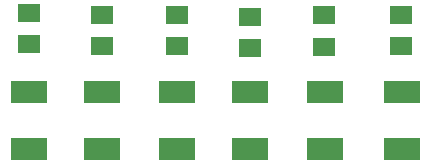
<source format=gtp>
G04*
G04 #@! TF.GenerationSoftware,Altium Limited,Altium Designer,19.1.7 (138)*
G04*
G04 Layer_Color=8421504*
%FSLAX25Y25*%
%MOIN*%
G70*
G01*
G75*
%ADD13R,0.12402X0.07717*%
%ADD14R,0.07284X0.05906*%
D13*
X138583Y80512D02*
D03*
Y99803D02*
D03*
X39764D02*
D03*
Y80512D02*
D03*
X64173D02*
D03*
Y99803D02*
D03*
X89134D02*
D03*
Y80512D02*
D03*
X113386D02*
D03*
Y99803D02*
D03*
X164173Y80512D02*
D03*
Y99803D02*
D03*
D14*
X39764Y126083D02*
D03*
Y115650D02*
D03*
X163784Y114862D02*
D03*
Y125295D02*
D03*
X138189Y125197D02*
D03*
Y114764D02*
D03*
X113386Y114370D02*
D03*
Y124803D02*
D03*
X89138Y125295D02*
D03*
Y114862D02*
D03*
X64256Y114862D02*
D03*
Y125295D02*
D03*
M02*

</source>
